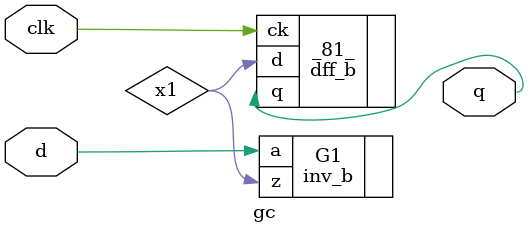
<source format=v>
module gc(q, d, clk);
  output q;
  input d;
  input clk;

  wire x1;

  inv_b G1 (
    .z(x1),
    .a(d)
  );
   

  dff_b _81_ (
    .ck(clk),
    .d(x1),
    .q(q)
  );
endmodule

</source>
